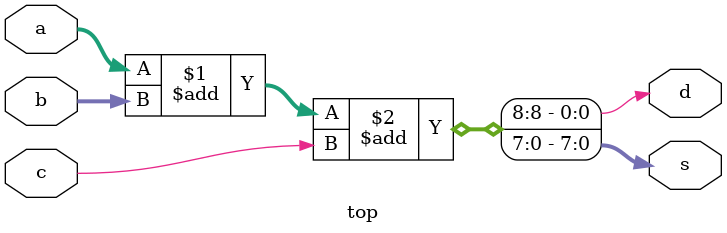
<source format=v>
`default_nettype none
module top(c, a, b, s, d);
    input wire [7:0] a, b;
    input wire c; //carry from previous adder
    output wire [7:0] s;
    output wire d; //carry from current adder

    /* verilator lint_off WIDTHEXPAND */
    assign {d, s} = a + b + c;
    /* verilator lint_on WIDTHEXPAND */
endmodule

</source>
